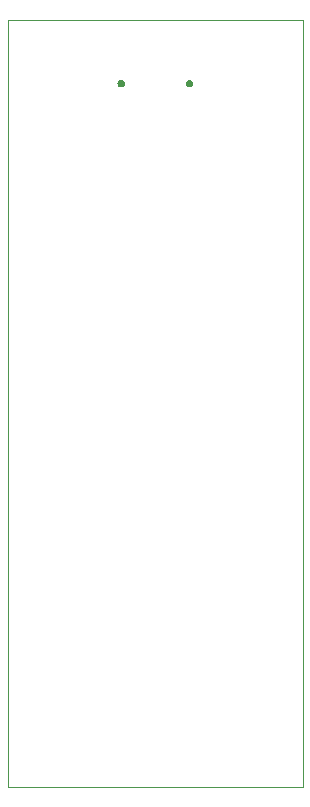
<source format=gm1>
%TF.GenerationSoftware,KiCad,Pcbnew,8.0.8*%
%TF.CreationDate,2025-04-09T23:46:09+08:00*%
%TF.ProjectId,usb-4uart,7573622d-3475-4617-9274-2e6b69636164,rev?*%
%TF.SameCoordinates,Original*%
%TF.FileFunction,Profile,NP*%
%FSLAX46Y46*%
G04 Gerber Fmt 4.6, Leading zero omitted, Abs format (unit mm)*
G04 Created by KiCad (PCBNEW 8.0.8) date 2025-04-09 23:46:09*
%MOMM*%
%LPD*%
G01*
G04 APERTURE LIST*
%TA.AperFunction,Profile*%
%ADD10C,0.050000*%
%TD*%
%TA.AperFunction,Profile*%
%ADD11C,0.000000*%
%TD*%
G04 APERTURE END LIST*
D10*
X20000000Y-18500000D02*
X45000000Y-18500000D01*
X45000000Y-83500000D01*
X20000000Y-83500000D01*
X20000000Y-18500000D01*
D11*
%TA.AperFunction,Profile*%
%TO.C,USB1*%
G36*
X29772500Y-23601242D02*
G01*
X29858964Y-23673794D01*
X29915400Y-23771543D01*
X29935000Y-23882700D01*
X29915400Y-23993857D01*
X29858964Y-24091606D01*
X29772500Y-24164158D01*
X29666436Y-24202763D01*
X29553564Y-24202763D01*
X29447500Y-24164158D01*
X29361036Y-24091606D01*
X29304600Y-23993857D01*
X29285000Y-23882700D01*
X29304600Y-23771543D01*
X29361036Y-23673794D01*
X29447500Y-23601242D01*
X29553564Y-23562637D01*
X29666436Y-23562637D01*
X29772500Y-23601242D01*
G37*
%TD.AperFunction*%
%TA.AperFunction,Profile*%
G36*
X35552500Y-23601242D02*
G01*
X35638964Y-23673794D01*
X35695400Y-23771543D01*
X35715000Y-23882700D01*
X35695400Y-23993857D01*
X35638964Y-24091606D01*
X35552500Y-24164158D01*
X35446436Y-24202763D01*
X35333564Y-24202763D01*
X35227500Y-24164158D01*
X35141036Y-24091606D01*
X35084600Y-23993857D01*
X35065000Y-23882700D01*
X35084600Y-23771543D01*
X35141036Y-23673794D01*
X35227500Y-23601242D01*
X35333564Y-23562637D01*
X35446436Y-23562637D01*
X35552500Y-23601242D01*
G37*
%TD.AperFunction*%
%TD*%
M02*

</source>
